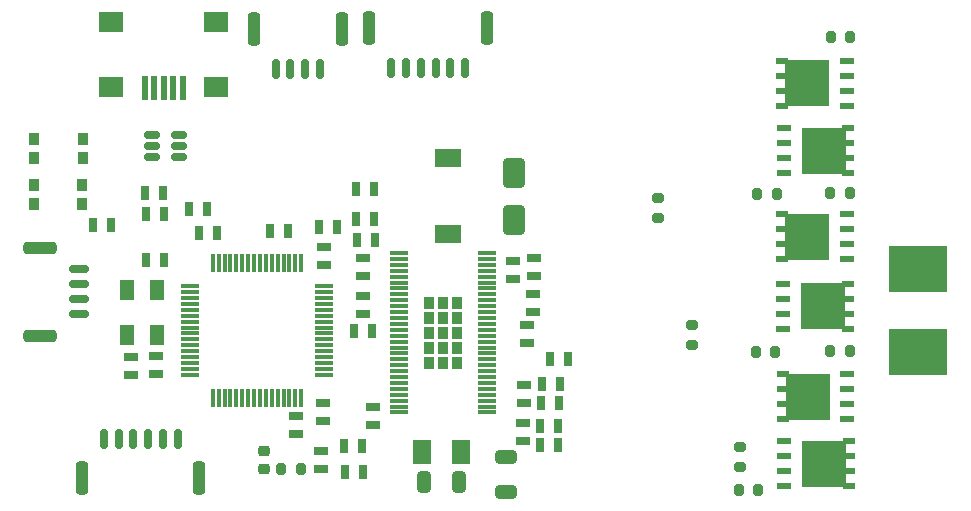
<source format=gbr>
%TF.GenerationSoftware,KiCad,Pcbnew,9.0.2*%
%TF.CreationDate,2025-10-22T09:47:40+03:00*%
%TF.ProjectId,aair_gimb_pcb,61616972-5f67-4696-9d62-5f7063622e6b,rev?*%
%TF.SameCoordinates,Original*%
%TF.FileFunction,Paste,Top*%
%TF.FilePolarity,Positive*%
%FSLAX46Y46*%
G04 Gerber Fmt 4.6, Leading zero omitted, Abs format (unit mm)*
G04 Created by KiCad (PCBNEW 9.0.2) date 2025-10-22 09:47:40*
%MOMM*%
%LPD*%
G01*
G04 APERTURE LIST*
G04 Aperture macros list*
%AMRoundRect*
0 Rectangle with rounded corners*
0 $1 Rounding radius*
0 $2 $3 $4 $5 $6 $7 $8 $9 X,Y pos of 4 corners*
0 Add a 4 corners polygon primitive as box body*
4,1,4,$2,$3,$4,$5,$6,$7,$8,$9,$2,$3,0*
0 Add four circle primitives for the rounded corners*
1,1,$1+$1,$2,$3*
1,1,$1+$1,$4,$5*
1,1,$1+$1,$6,$7*
1,1,$1+$1,$8,$9*
0 Add four rect primitives between the rounded corners*
20,1,$1+$1,$2,$3,$4,$5,0*
20,1,$1+$1,$4,$5,$6,$7,0*
20,1,$1+$1,$6,$7,$8,$9,0*
20,1,$1+$1,$8,$9,$2,$3,0*%
G04 Aperture macros list end*
%ADD10R,1.143000X0.635000*%
%ADD11RoundRect,0.150000X-0.150000X-0.700000X0.150000X-0.700000X0.150000X0.700000X-0.150000X0.700000X0*%
%ADD12RoundRect,0.250000X-0.250000X-1.150000X0.250000X-1.150000X0.250000X1.150000X-0.250000X1.150000X0*%
%ADD13R,1.270000X0.610000*%
%ADD14R,3.810000X3.910000*%
%ADD15R,1.020000X0.610000*%
%ADD16R,0.635000X1.143000*%
%ADD17RoundRect,0.200000X0.200000X0.275000X-0.200000X0.275000X-0.200000X-0.275000X0.200000X-0.275000X0*%
%ADD18R,2.200000X1.500000*%
%ADD19RoundRect,0.200000X-0.200000X-0.275000X0.200000X-0.275000X0.200000X0.275000X-0.200000X0.275000X0*%
%ADD20RoundRect,0.150000X-0.512500X-0.150000X0.512500X-0.150000X0.512500X0.150000X-0.512500X0.150000X0*%
%ADD21RoundRect,0.200000X0.275000X-0.200000X0.275000X0.200000X-0.275000X0.200000X-0.275000X-0.200000X0*%
%ADD22R,5.000000X4.000000*%
%ADD23R,1.524000X2.032000*%
%ADD24RoundRect,0.250000X0.650000X-1.000000X0.650000X1.000000X-0.650000X1.000000X-0.650000X-1.000000X0*%
%ADD25R,0.500000X2.000000*%
%ADD26R,2.000000X1.700000*%
%ADD27RoundRect,0.075000X-0.700000X-0.075000X0.700000X-0.075000X0.700000X0.075000X-0.700000X0.075000X0*%
%ADD28RoundRect,0.075000X-0.075000X-0.700000X0.075000X-0.700000X0.075000X0.700000X-0.075000X0.700000X0*%
%ADD29R,0.900000X1.000000*%
%ADD30RoundRect,0.150000X0.700000X-0.150000X0.700000X0.150000X-0.700000X0.150000X-0.700000X-0.150000X0*%
%ADD31RoundRect,0.250000X1.150000X-0.250000X1.150000X0.250000X-1.150000X0.250000X-1.150000X-0.250000X0*%
%ADD32R,0.960000X1.030000*%
%ADD33R,1.550000X0.300000*%
%ADD34RoundRect,0.250000X-0.325000X-0.650000X0.325000X-0.650000X0.325000X0.650000X-0.325000X0.650000X0*%
%ADD35RoundRect,0.250000X0.650000X-0.325000X0.650000X0.325000X-0.650000X0.325000X-0.650000X-0.325000X0*%
%ADD36RoundRect,0.150000X0.150000X0.700000X-0.150000X0.700000X-0.150000X-0.700000X0.150000X-0.700000X0*%
%ADD37RoundRect,0.250000X0.250000X1.150000X-0.250000X1.150000X-0.250000X-1.150000X0.250000X-1.150000X0*%
%ADD38RoundRect,0.218750X0.256250X-0.218750X0.256250X0.218750X-0.256250X0.218750X-0.256250X-0.218750X0*%
%ADD39R,1.198880X1.800860*%
G04 APERTURE END LIST*
D10*
%TO.C,R5*%
X152900000Y-81938000D03*
X152900000Y-83462000D03*
%TD*%
D11*
%TO.C,J5*%
X155325000Y-65800000D03*
X156575000Y-65800000D03*
X157825000Y-65800000D03*
X159075000Y-65800000D03*
X160325000Y-65800000D03*
X161575000Y-65800000D03*
D12*
X153475000Y-62450000D03*
X163425000Y-62450000D03*
%TD*%
D13*
%TO.C,Q1*%
X193940000Y-95545000D03*
X193940000Y-94275000D03*
X193940000Y-93005000D03*
X193940000Y-91735000D03*
D14*
X190580000Y-93640000D03*
D15*
X188475000Y-95545000D03*
X188475000Y-94275000D03*
X188475000Y-93005000D03*
X188475000Y-91735000D03*
%TD*%
D16*
%TO.C,R9*%
X168000000Y-94162000D03*
X169524000Y-94162000D03*
%TD*%
D17*
%TO.C,R17*%
X187975000Y-76480000D03*
X186325000Y-76480000D03*
%TD*%
D18*
%TO.C,L1*%
X160100500Y-79852780D03*
X160100500Y-73452780D03*
%TD*%
D17*
%TO.C,R15*%
X187825000Y-89830000D03*
X186175000Y-89830000D03*
%TD*%
D19*
%TO.C,R2*%
X146000000Y-99750000D03*
X147650000Y-99750000D03*
%TD*%
D10*
%TO.C,R7*%
X167400000Y-83474000D03*
X167400000Y-81950000D03*
%TD*%
D20*
%TO.C,U4*%
X135062500Y-71487500D03*
X135062500Y-72437500D03*
X135062500Y-73387500D03*
X137337500Y-73387500D03*
X137337500Y-72437500D03*
X137337500Y-71487500D03*
%TD*%
D19*
%TO.C,R12*%
X192470000Y-76430000D03*
X194120000Y-76430000D03*
%TD*%
D21*
%TO.C,R20*%
X177900000Y-78500000D03*
X177900000Y-76850000D03*
%TD*%
D13*
%TO.C,Q5*%
X193865000Y-69020000D03*
X193865000Y-67750000D03*
X193865000Y-66480000D03*
X193865000Y-65210000D03*
D14*
X190505000Y-67115000D03*
D15*
X188400000Y-69020000D03*
X188400000Y-67750000D03*
X188400000Y-66480000D03*
X188400000Y-65210000D03*
%TD*%
D10*
%TO.C,C12*%
X149650000Y-80976000D03*
X149650000Y-82500000D03*
%TD*%
D22*
%TO.C,B*%
X199900000Y-82880000D03*
%TD*%
D11*
%TO.C,J2*%
X145525000Y-65900000D03*
X146775000Y-65900000D03*
X148025000Y-65900000D03*
X149275000Y-65900000D03*
D12*
X143675000Y-62550000D03*
X151125000Y-62550000D03*
%TD*%
D10*
%TO.C,C4*%
X149350000Y-98288000D03*
X149350000Y-99812000D03*
%TD*%
%TO.C,C20*%
X167300000Y-86500000D03*
X167300000Y-84976000D03*
%TD*%
D23*
%TO.C,C17*%
X157899000Y-98300000D03*
X161201000Y-98300000D03*
%TD*%
D16*
%TO.C,C5*%
X151326000Y-97850000D03*
X152850000Y-97850000D03*
%TD*%
%TO.C,R26*%
X134526000Y-78200000D03*
X136050000Y-78200000D03*
%TD*%
D10*
%TO.C,C19*%
X166800000Y-89074000D03*
X166800000Y-87550000D03*
%TD*%
D24*
%TO.C,D3*%
X165750000Y-78700000D03*
X165750000Y-74700000D03*
%TD*%
D16*
%TO.C,R3*%
X152326000Y-78600000D03*
X153850000Y-78600000D03*
%TD*%
%TO.C,R4*%
X153850000Y-76100000D03*
X152326000Y-76100000D03*
%TD*%
D13*
%TO.C,Q6*%
X188565000Y-70935000D03*
X188565000Y-72205000D03*
X188565000Y-73475000D03*
X188565000Y-74745000D03*
D14*
X191925000Y-72840000D03*
D15*
X194030000Y-70935000D03*
X194030000Y-72205000D03*
X194030000Y-73475000D03*
X194030000Y-74745000D03*
%TD*%
D16*
%TO.C,C7*%
X153912000Y-80400000D03*
X152388000Y-80400000D03*
%TD*%
D25*
%TO.C,J3*%
X137650000Y-67500000D03*
X136850000Y-67500000D03*
X136050000Y-67500000D03*
X135250000Y-67500000D03*
X134450000Y-67500000D03*
D26*
X140500000Y-67400000D03*
X140500000Y-61950000D03*
X131600000Y-67400000D03*
X131600000Y-61950000D03*
%TD*%
D16*
%TO.C,C21*%
X170262000Y-90450000D03*
X168738000Y-90450000D03*
%TD*%
D19*
%TO.C,R14*%
X184725000Y-101550000D03*
X186375000Y-101550000D03*
%TD*%
D10*
%TO.C,C24*%
X166474000Y-95912000D03*
X166474000Y-97436000D03*
%TD*%
%TO.C,C9*%
X133250000Y-90288000D03*
X133250000Y-91812000D03*
%TD*%
D16*
%TO.C,R10*%
X167950000Y-96162000D03*
X169474000Y-96162000D03*
%TD*%
D27*
%TO.C,U2*%
X138275000Y-84300000D03*
X138275000Y-84800000D03*
X138275000Y-85300000D03*
X138275000Y-85800000D03*
X138275000Y-86300000D03*
X138275000Y-86800000D03*
X138275000Y-87300000D03*
X138275000Y-87800000D03*
X138275000Y-88300000D03*
X138275000Y-88800000D03*
X138275000Y-89300000D03*
X138275000Y-89800000D03*
X138275000Y-90300000D03*
X138275000Y-90800000D03*
X138275000Y-91300000D03*
X138275000Y-91800000D03*
D28*
X140200000Y-93725000D03*
X140700000Y-93725000D03*
X141200000Y-93725000D03*
X141700000Y-93725000D03*
X142200000Y-93725000D03*
X142700000Y-93725000D03*
X143200000Y-93725000D03*
X143700000Y-93725000D03*
X144200000Y-93725000D03*
X144700000Y-93725000D03*
X145200000Y-93725000D03*
X145700000Y-93725000D03*
X146200000Y-93725000D03*
X146700000Y-93725000D03*
X147200000Y-93725000D03*
X147700000Y-93725000D03*
D27*
X149625000Y-91800000D03*
X149625000Y-91300000D03*
X149625000Y-90800000D03*
X149625000Y-90300000D03*
X149625000Y-89800000D03*
X149625000Y-89300000D03*
X149625000Y-88800000D03*
X149625000Y-88300000D03*
X149625000Y-87800000D03*
X149625000Y-87300000D03*
X149625000Y-86800000D03*
X149625000Y-86300000D03*
X149625000Y-85800000D03*
X149625000Y-85300000D03*
X149625000Y-84800000D03*
X149625000Y-84300000D03*
D28*
X147700000Y-82375000D03*
X147200000Y-82375000D03*
X146700000Y-82375000D03*
X146200000Y-82375000D03*
X145700000Y-82375000D03*
X145200000Y-82375000D03*
X144700000Y-82375000D03*
X144200000Y-82375000D03*
X143700000Y-82375000D03*
X143200000Y-82375000D03*
X142700000Y-82375000D03*
X142200000Y-82375000D03*
X141700000Y-82375000D03*
X141200000Y-82375000D03*
X140700000Y-82375000D03*
X140200000Y-82375000D03*
%TD*%
D16*
%TO.C,R1*%
X145076000Y-79600000D03*
X146600000Y-79600000D03*
%TD*%
D13*
%TO.C,Q2*%
X188600000Y-97410000D03*
X188600000Y-98680000D03*
X188600000Y-99950000D03*
X188600000Y-101220000D03*
D14*
X191960000Y-99315000D03*
D15*
X194065000Y-97410000D03*
X194065000Y-98680000D03*
X194065000Y-99950000D03*
X194065000Y-101220000D03*
%TD*%
D29*
%TO.C,B1*%
X129200000Y-73450000D03*
X125100000Y-73450000D03*
X129200000Y-71850000D03*
X125100000Y-71850000D03*
%TD*%
D16*
%TO.C,R25*%
X131550000Y-79150000D03*
X130026000Y-79150000D03*
%TD*%
D10*
%TO.C,C2*%
X153750000Y-94526000D03*
X153750000Y-96050000D03*
%TD*%
D16*
%TO.C,R6*%
X150712000Y-79300000D03*
X149188000Y-79300000D03*
%TD*%
D30*
%TO.C,J1*%
X128900000Y-86625000D03*
X128900000Y-85375000D03*
X128900000Y-84125000D03*
X128900000Y-82875000D03*
D31*
X125550000Y-88475000D03*
X125550000Y-81025000D03*
%TD*%
D19*
%TO.C,R13*%
X192505000Y-89780000D03*
X194155000Y-89780000D03*
%TD*%
D16*
%TO.C,R11*%
X167950000Y-97712000D03*
X169474000Y-97712000D03*
%TD*%
%TO.C,C6*%
X151376000Y-100050000D03*
X152900000Y-100050000D03*
%TD*%
D32*
%TO.C,U1*%
X158500000Y-85700000D03*
X158500000Y-86970000D03*
X158500000Y-88240000D03*
X158500000Y-89510000D03*
X158500000Y-90780000D03*
X159703400Y-85700000D03*
X159703400Y-86970000D03*
X159703400Y-88240000D03*
X159703400Y-89510000D03*
X159703400Y-90780000D03*
X160906800Y-85700000D03*
X160906800Y-86970000D03*
X160906800Y-88240000D03*
X160906800Y-89510000D03*
X160906800Y-90780000D03*
D33*
X155953400Y-81490000D03*
X155953400Y-81990000D03*
X155953400Y-82490000D03*
X155953400Y-82990000D03*
X155953400Y-83490000D03*
X155953400Y-83990000D03*
X155953400Y-84490000D03*
X155953400Y-84990000D03*
X155953400Y-85490000D03*
X155953400Y-85990000D03*
X155953400Y-86490000D03*
X155953400Y-86990000D03*
X155953400Y-87490000D03*
X155953400Y-87990000D03*
X155953400Y-88490000D03*
X155953400Y-88990000D03*
X155953400Y-89490000D03*
X155953400Y-89990000D03*
X155953400Y-90490000D03*
X155953400Y-90990000D03*
X155953400Y-91490000D03*
X155953400Y-91990000D03*
X155953400Y-92490000D03*
X155953400Y-92990000D03*
X155953400Y-93490000D03*
X155953400Y-93990000D03*
X155953400Y-94490000D03*
X155953400Y-94990000D03*
X163453400Y-94990000D03*
X163453400Y-94490000D03*
X163453400Y-93990000D03*
X163453400Y-93490000D03*
X163453400Y-92990000D03*
X163453400Y-92490000D03*
X163453400Y-91990000D03*
X163453400Y-91490000D03*
X163453400Y-90990000D03*
X163453400Y-90490000D03*
X163453400Y-89990000D03*
X163453400Y-89490000D03*
X163453400Y-88990000D03*
X163453400Y-88490000D03*
X163453400Y-87990000D03*
X163453400Y-87490000D03*
X163453400Y-86990000D03*
X163453400Y-86490000D03*
X163453400Y-85990000D03*
X163453400Y-85490000D03*
X163453400Y-84990000D03*
X163453400Y-84490000D03*
X163453400Y-83990000D03*
X163453400Y-83490000D03*
X163453400Y-82990000D03*
X163453400Y-82490000D03*
X163453400Y-81990000D03*
X163453400Y-81490000D03*
%TD*%
D10*
%TO.C,C23*%
X166524000Y-92650000D03*
X166524000Y-94174000D03*
%TD*%
D16*
%TO.C,R22*%
X136112000Y-82100000D03*
X134588000Y-82100000D03*
%TD*%
D13*
%TO.C,Q3*%
X193880000Y-82020000D03*
X193880000Y-80750000D03*
X193880000Y-79480000D03*
X193880000Y-78210000D03*
D14*
X190520000Y-80115000D03*
D15*
X188415000Y-82020000D03*
X188415000Y-80750000D03*
X188415000Y-79480000D03*
X188415000Y-78210000D03*
%TD*%
D10*
%TO.C,C10*%
X135400000Y-90238000D03*
X135400000Y-91762000D03*
%TD*%
D34*
%TO.C,C25*%
X158075000Y-100850000D03*
X161025000Y-100850000D03*
%TD*%
D16*
%TO.C,R21*%
X138226000Y-77750000D03*
X139750000Y-77750000D03*
%TD*%
D10*
%TO.C,C11*%
X147250000Y-96824000D03*
X147250000Y-95300000D03*
%TD*%
%TO.C,C18*%
X165650000Y-83712000D03*
X165650000Y-82188000D03*
%TD*%
D22*
%TO.C,C*%
X199950000Y-89830000D03*
%TD*%
D10*
%TO.C,C8*%
X152950000Y-86662000D03*
X152950000Y-85138000D03*
%TD*%
D21*
%TO.C,R18*%
X180800000Y-89275000D03*
X180800000Y-87625000D03*
%TD*%
D29*
%TO.C,NR1*%
X129150000Y-77300000D03*
X125050000Y-77300000D03*
X129150000Y-75700000D03*
X125050000Y-75700000D03*
%TD*%
D19*
%TO.C,R16*%
X192515000Y-63240000D03*
X194165000Y-63240000D03*
%TD*%
D21*
%TO.C,R19*%
X184850000Y-99605000D03*
X184850000Y-97955000D03*
%TD*%
D16*
%TO.C,R24*%
X139050000Y-79774000D03*
X140574000Y-79774000D03*
%TD*%
%TO.C,C1*%
X153700000Y-88100000D03*
X152176000Y-88100000D03*
%TD*%
D35*
%TO.C,C26*%
X165050000Y-101725000D03*
X165050000Y-98775000D03*
%TD*%
D36*
%TO.C,J6*%
X137225000Y-97200000D03*
X135975000Y-97200000D03*
X134725000Y-97200000D03*
X133475000Y-97200000D03*
X132225000Y-97200000D03*
X130975000Y-97200000D03*
D37*
X139075000Y-100550000D03*
X129125000Y-100550000D03*
%TD*%
D10*
%TO.C,C3*%
X149500000Y-95712000D03*
X149500000Y-94188000D03*
%TD*%
D13*
%TO.C,Q4*%
X188520000Y-84085000D03*
X188520000Y-85355000D03*
X188520000Y-86625000D03*
X188520000Y-87895000D03*
D14*
X191880000Y-85990000D03*
D15*
X193985000Y-84085000D03*
X193985000Y-85355000D03*
X193985000Y-86625000D03*
X193985000Y-87895000D03*
%TD*%
D16*
%TO.C,R8*%
X168050000Y-92612000D03*
X169574000Y-92612000D03*
%TD*%
%TO.C,R23*%
X134476000Y-76400000D03*
X136000000Y-76400000D03*
%TD*%
D38*
%TO.C,D2*%
X144550000Y-99800000D03*
X144550000Y-98225000D03*
%TD*%
D39*
%TO.C,X2*%
X132950320Y-84600080D03*
X135449680Y-88399920D03*
X132950320Y-88399920D03*
X135449680Y-84600080D03*
%TD*%
M02*

</source>
